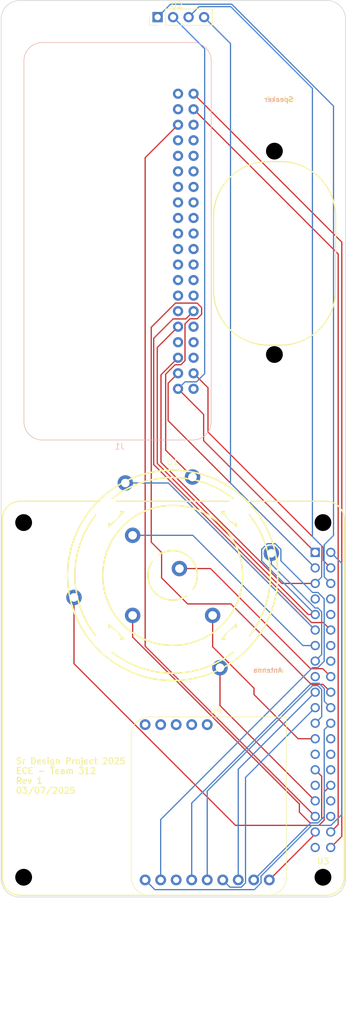
<source format=kicad_pcb>
(kicad_pcb (version 20241229) (generator "pcbnew") (generator_version "9.0")
  (title_block (title "Radio PCB") (rev "1") (company "FAMU/FSU COE ") (comment 1 "Sr Design Project 2025") (comment 2 "ECE - Team 312"))
  (layers (0 "F.Cu" signal) (2 "B.Cu" signal) (13 "F.Paste" user) (15 "B.Paste" user) (5 "F.SilkS" user "F.Silkscreen") (7 "B.SilkS" user "B.Silkscreen") (1 "F.Mask" user) (3 "B.Mask" user) (25 "Edge.Cuts" user))
  (net 0 "")
  (net 1 "Net-(U1-SW1)")
  (net 2 "Net-(U1-ENCB)")
  (net 3 "Net-(U1-COMB)")
  (net 4 "Net-(U1-ENCA)")
  (net 5 "Net-(U1-SW4)")
  (net 6 "Net-(U1-SW5)")
  (net 7 "Net-(U1-COMA)")
  (net 8 "Net-(U1-SW2)")
  (net 9 "Net-(U1-SW3)")
  (net 10 "Net-(U3-GPIO11{slash}SPI_SCLK)")
  (net 13 "Net-(J1-Pin_12)")
  (net 14 "Net-(U3-GPIO9{slash}SPI_MISO)")
  (net 16 "Net-(J1-Pin_5)")
  (net 18 "Net-(J1-Pin_3)")
  (net 20 "Net-(J1-Pin_35)")
  (net 21 "Net-(U3-GPIO25{slash}GPIO_GEN6)")
  (net 23 "Net-(U3-GPIO8{slash}~{SPI_CE0})")
  (net 24 "Net-(U3-GPIO10{slash}SPI_MOSI)")
  (net 30 "Net-(U2-GND)")
  (net 32 "Net-(J1-Pin_40)")
  (net 34 "Net-(J1-Pin_1)")
  (net 35 "Net-(U3-GPIO26)")
  (net 36 "Net-(J1-Pin_38)")
  (net 37 "Net-(J1-Pin_9)")
  (net 38 "Net-(U4-Vin)")
  (net 39 "Net-(J1-Pin_4)")
  (footprint "zoiss:ANO" (layer "F.Cu") (at 129.594881 113.232645)
    (property "Reference" "U1" (at 0 -18.542 0) (layer "F.SilkS") (effects (font (thickness 0.1))))
    (property "Value" "~")
    (fp_line (start -10.4 -10.4) (end -10.4 -8) (stroke (width 0.25)) (layer "F.SilkS"))
    (fp_line (start -10.4 -8) (end -8 -10.4) (stroke (width 0.25)) (layer "F.SilkS"))
    (fp_line (start -10.4 8) (end -10.4 10.4) (stroke (width 0.25)) (layer "F.SilkS"))
    (fp_line (start -10.4 10.4) (end -8 10.4) (stroke (width 0.25)) (layer "F.SilkS"))
    (fp_line (start -8 -10.4) (end -10.4 -10.4) (stroke (width 0.25)) (layer "F.SilkS"))
    (fp_line (start -8 10.4) (end -10.4 8) (stroke (width 0.25)) (layer "F.SilkS"))
    (fp_line (start 8 -10.4) (end 10.4 -8) (stroke (width 0.25)) (layer "F.SilkS"))
    (fp_line (start 8 10.4) (end 10.4 10.4) (stroke (width 0.25)) (layer "F.SilkS"))
    (fp_line (start 10.4 -10.4) (end 8 -10.4) (stroke (width 0.25)) (layer "F.SilkS"))
    (fp_line (start 10.4 -8) (end 10.4 -10.4) (stroke (width 0.25)) (layer "F.SilkS"))
    (fp_line (start 10.4 8) (end 8 10.4) (stroke (width 0.25)) (layer "F.SilkS"))
    (fp_line (start 10.4 10.4) (end 10.4 8) (stroke (width 0.25)) (layer "F.SilkS"))
    (fp_circle (center 0 0) (end -17.200001 0) (stroke (width 0.25)) (fill no) (layer "F.SilkS"))
    (fp_circle (center 0 0) (end -15.999999 0) (stroke (width 0.25)) (fill no) (layer "F.SilkS"))
    (fp_circle (center 0 0) (end -11.450001 0) (stroke (width 0.25)) (fill no) (layer "F.SilkS"))
    (fp_circle (center 0 0) (end -4.049999 0) (stroke (width 0.25)) (fill no) (layer "F.SilkS"))
    (pad "" np_thru_hole circle (at -10.606602 -10.606602 225) (size 4 4) (drill 4) (layers "*.Cu" "*.Mask"))
    (pad "" np_thru_hole circle (at -10.606602 10.606602 225) (size 4 4) (drill 4) (layers "*.Cu" "*.Mask"))
    (pad "" np_thru_hole circle (at -3.181981 -3.181981 225) (size 1.6 1.6) (drill 1.6) (layers "*.Cu" "*.Mask"))
    (pad "" np_thru_hole circle (at 3.181981 3.181981 225) (size 1.6 1.6) (drill 1.6) (layers "*.Cu" "*.Mask"))
    (pad "" np_thru_hole circle (at 10.606602 -10.606602 225) (size 4 4) (drill 4) (layers "*.Cu" "*.Mask"))
    (pad "" np_thru_hole circle (at 10.606602 10.606602 225) (size 4 4) (drill 4) (layers "*.Cu" "*.Mask"))
    (pad "A" thru_hole circle (at -6.547809 -6.547809 225) (size 2.54 2.54) (drill 1.4) (layers "*.Cu" "*.Mask") (net 4 "Net-(U1-ENCA)"))
    (pad "B" thru_hole circle (at -6.547809 6.547809 225) (size 2.54 2.54) (drill 1.4) (layers "*.Cu" "*.Mask") (net 2 "Net-(U1-ENCB)"))
    (pad "COM_A" thru_hole circle (at 6.547809 6.547809 225) (size 2.54 2.54) (drill 1.4) (layers "*.Cu" "*.Mask") (net 7 "Net-(U1-COMA)"))
    (pad "COM_B" thru_hole circle (at 3.252691 -16.079608 225) (size 2.54 2.54) (drill 1.4) (layers "*.Cu" "*.Mask") (net 3 "Net-(U1-COMB)"))
    (pad "S1" thru_hole circle (at 1.110158 -1.110158 225) (size 2.54 2.54) (drill 1.4) (layers "*.Cu" "*.Mask") (net 1 "Net-(U1-SW1)"))
    (pad "S2" thru_hole circle (at -7.74989 -15.103801 225) (size 2.54 2.54) (drill 1.4) (layers "*.Cu" "*.Mask") (net 8 "Net-(U1-SW2)"))
    (pad "S3" thru_hole circle (at -16.150319 3.606245 225) (size 2.54 2.54) (drill 1.4) (layers "*.Cu" "*.Mask") (net 9 "Net-(U1-SW3)"))
    (pad "S4" thru_hole circle (at 7.74989 15.103801 225) (size 2.54 2.54) (drill 1.4) (layers "*.Cu" "*.Mask") (net 5 "Net-(U1-SW4)"))
    (pad "S5" thru_hole circle (at 16.150319 -3.606245 225) (size 2.54 2.54) (drill 1.4) (layers "*.Cu" "*.Mask") (net 6 "Net-(U1-SW5)"))
  )
  (footprint "Connector_PinHeader_2.54mm:PinHeader_1x04_P2.54mm_Vertical" (layer "F.Cu") (at 127.127 21.9456 90)
    (property "Reference" "U2" (at 1.9558 3.1496 0) (layer "F.SilkS"))
    (property "Value" "~")
    (fp_line (start -1.33 -1.33) (end 0 -1.33) (stroke (width 0.12)) (layer "F.SilkS"))
    (fp_line (start -1.33 0) (end -1.33 -1.33) (stroke (width 0.12)) (layer "F.SilkS"))
    (fp_line (start 1.33 1.27) (end 1.33 8.95) (stroke (width 0.12)) (layer "F.SilkS"))
    (fp_line (start -1.33 1.27) (end 1.33 1.27) (stroke (width 0.12)) (layer "F.SilkS"))
    (fp_line (start -1.33 1.27) (end -1.33 8.95) (stroke (width 0.12)) (layer "F.SilkS"))
    (fp_line (start -1.33 8.95) (end 1.33 8.95) (stroke (width 0.12)) (layer "F.SilkS"))
    (pad "1" thru_hole rect (at 0 0 90) (size 1.7 1.7) (drill 1) (layers "*.Cu" "*.Mask") (net 30 "Net-(U2-GND)"))
    (pad "2" thru_hole oval (at 0 2.54 90) (size 1.7 1.7) (drill 1) (layers "*.Cu" "*.Mask") (net 34 "Net-(J1-Pin_1)"))
    (pad "3" thru_hole oval (at 0 5.08 90) (size 1.7 1.7) (drill 1) (layers "*.Cu" "*.Mask") (net 16 "Net-(J1-Pin_5)"))
    (pad "4" thru_hole oval (at 0 7.62 90) (size 1.7 1.7) (drill 1) (layers "*.Cu" "*.Mask") (net 18 "Net-(J1-Pin_3)"))
  )
  (footprint "" (layer "F.Cu") (at 146.2532 77.1144)
    (property "Reference" "" (at 0 0 0) (layer "F.SilkS") (effects (font (size 1.27 1.27))))
    (property "Value" "")
    (pad "" np_thru_hole circle (at 0 0 270) (size 6.2 6.2) (drill 2.75) (layers))
  )
  (footprint "zoiss:MODULE_RASPBERRY_PI_4B_4GB" (layer "F.Cu") (at 129.7034 143.604 -90)
    (property "Reference" "U3" (at 16.3906 -24.5254 0) (layer "F.SilkS"))
    (property "Value" "RASPBERRY_PI_5")
    (fp_line (start 19.05 28.0162) (end -39.4942 28.0162) (stroke (width 0.2)) (layer "F.SilkS"))
    (fp_line (start -42.4942 25.0162) (end -42.4942 -24.9908) (stroke (width 0.2)) (layer "F.SilkS"))
    (fp_line (start 21.96068 -24.9908) (end 21.96068 25.0162) (stroke (width 0.2)) (layer "F.SilkS"))
    (fp_line (start -39.4942 -27.9908) (end 19.05 -27.9908) (stroke (width 0.2)) (layer "F.SilkS"))
    (fp_arc (start -39.4942 28.0162) (mid -41.61552 27.13752) (end -42.4942 25.0162) (stroke (width 0.2)) (layer "F.SilkS"))
    (fp_arc (start 21.96068 25.0162) (mid 21.082 27.13752) (end 18.96068 28.0162) (stroke (width 0.2)) (layer "F.SilkS"))
    (fp_arc (start -42.4942 -24.9908) (mid -41.61552 -27.11212) (end -39.4942 -27.9908) (stroke (width 0.2)) (layer "F.SilkS"))
    (fp_arc (start 18.96068 -27.9908) (mid 21.082 -27.11212) (end 21.96068 -24.9908) (stroke (width 0.2)) (layer "F.SilkS"))
    (pad "" np_thru_hole circle (at -39 -24.5 270) (size 6.2 6.2) (drill 2.75) (layers))
    (pad "" np_thru_hole circle (at -39 24.5 270) (size 6.2 6.2) (drill 2.75) (layers))
    (pad "" np_thru_hole circle (at 19 -24.5 270) (size 6.2 6.2) (drill 2.75) (layers))
    (pad "" np_thru_hole circle (at 19 24.5 270) (size 6.2 6.2) (drill 2.75) (layers))
    (pad "1" thru_hole rect (at -34.13 -23.23 270) (size 1.524 1.524) (drill 1.016) (layers "*.Cu" "*.Mask") (net 34 "Net-(J1-Pin_1)"))
    (pad "2" thru_hole circle (at -34.13 -25.77 270) (size 1.524 1.524) (drill 1.016) (layers "*.Cu" "*.Mask") (net 38 "Net-(U4-Vin)"))
    (pad "3" thru_hole circle (at -31.59 -23.23 270) (size 1.524 1.524) (drill 1.016) (layers "*.Cu" "*.Mask") (net 18 "Net-(J1-Pin_3)"))
    (pad "4" thru_hole circle (at -31.59 -25.77 270) (size 1.524 1.524) (drill 1.016) (layers "*.Cu" "*.Mask") (net 39 "Net-(J1-Pin_4)"))
    (pad "5" thru_hole circle (at -29.05 -23.23 270) (size 1.524 1.524) (drill 1.016) (layers "*.Cu" "*.Mask") (net 16 "Net-(J1-Pin_5)"))
    (pad "6" thru_hole circle (at -29.05 -25.77 270) (size 1.524 1.524) (drill 1.016) (layers "*.Cu" "*.Mask") (net 30 "Net-(U2-GND)"))
    (pad "7" thru_hole circle (at -26.51 -23.23 270) (size 1.524 1.524) (drill 1.016) (layers "*.Cu" "*.Mask"))
    (pad "8" thru_hole circle (at -26.51 -25.77 270) (size 1.524 1.524) (drill 1.016) (layers "*.Cu" "*.Mask"))
    (pad "9" thru_hole circle (at -23.97 -23.23 270) (size 1.524 1.524) (drill 1.016) (layers "*.Cu" "*.Mask") (net 37 "Net-(J1-Pin_9)"))
    (pad "10" thru_hole circle (at -23.97 -25.77 270) (size 1.524 1.524) (drill 1.016) (layers "*.Cu" "*.Mask"))
    (pad "11" thru_hole circle (at -21.43 -23.23 270) (size 1.524 1.524) (drill 1.016) (layers "*.Cu" "*.Mask") (net 8 "Net-(U1-SW2)"))
    (pad "12" thru_hole circle (at -21.43 -25.77 270) (size 1.524 1.524) (drill 1.016) (layers "*.Cu" "*.Mask") (net 13 "Net-(J1-Pin_12)"))
    (pad "13" thru_hole circle (at -18.89 -23.23 270) (size 1.524 1.524) (drill 1.016) (layers "*.Cu" "*.Mask") (net 4 "Net-(U1-ENCA)"))
    (pad "14" thru_hole circle (at -18.89 -25.77 270) (size 1.524 1.524) (drill 1.016) (layers "*.Cu" "*.Mask"))
    (pad "15" thru_hole circle (at -16.35 -23.23 270) (size 1.524 1.524) (drill 1.016) (layers "*.Cu" "*.Mask") (net 6 "Net-(U1-SW5)"))
    (pad "16" thru_hole circle (at -16.35 -25.77 270) (size 1.524 1.524) (drill 1.016) (layers "*.Cu" "*.Mask"))
    (pad "17" thru_hole circle (at -13.81 -23.23 270) (size 1.524 1.524) (drill 1.016) (layers "*.Cu" "*.Mask"))
    (pad "18" thru_hole circle (at -13.81 -25.77 270) (size 1.524 1.524) (drill 1.016) (layers "*.Cu" "*.Mask") (net 1 "Net-(U1-SW1)"))
    (pad "19" thru_hole circle (at -11.27 -23.23 270) (size 1.524 1.524) (drill 1.016) (layers "*.Cu" "*.Mask") (net 24 "Net-(U3-GPIO10{slash}SPI_MOSI)"))
    (pad "20" thru_hole circle (at -11.27 -25.77 270) (size 1.524 1.524) (drill 1.016) (layers "*.Cu" "*.Mask") (net 3 "Net-(U1-COMB)"))
    (pad "21" thru_hole circle (at -8.73 -23.23 270) (size 1.524 1.524) (drill 1.016) (layers "*.Cu" "*.Mask") (net 14 "Net-(U3-GPIO9{slash}SPI_MISO)"))
    (pad "22" thru_hole circle (at -8.73 -25.77 270) (size 1.524 1.524) (drill 1.016) (layers "*.Cu" "*.Mask") (net 21 "Net-(U3-GPIO25{slash}GPIO_GEN6)"))
    (pad "23" thru_hole circle (at -6.19 -23.23 270) (size 1.524 1.524) (drill 1.016) (layers "*.Cu" "*.Mask") (net 10 "Net-(U3-GPIO11{slash}SPI_SCLK)"))
    (pad "24" thru_hole circle (at -6.19 -25.77 270) (size 1.524 1.524) (drill 1.016) (layers "*.Cu" "*.Mask") (net 23 "Net-(U3-GPIO8{slash}~{SPI_CE0})"))
    (pad "25" thru_hole circle (at -3.65 -23.23 270) (size 1.524 1.524) (drill 1.016) (layers "*.Cu" "*.Mask") (net 7 "Net-(U1-COMA)"))
    (pad "26" thru_hole circle (at -3.65 -25.77 270) (size 1.524 1.524) (drill 1.016) (layers "*.Cu" "*.Mask"))
    (pad "27" thru_hole circle (at -1.11 -23.23 270) (size 1.524 1.524) (drill 1.016) (layers "*.Cu" "*.Mask"))
    (pad "28" thru_hole circle (at -1.11 -25.77 270) (size 1.524 1.524) (drill 1.016) (layers "*.Cu" "*.Mask"))
    (pad "29" thru_hole circle (at 1.43 -23.23 270) (size 1.524 1.524) (drill 1.016) (layers "*.Cu" "*.Mask") (net 2 "Net-(U1-ENCB)"))
    (pad "30" thru_hole circle (at 1.43 -25.77 270) (size 1.524 1.524) (drill 1.016) (layers "*.Cu" "*.Mask"))
    (pad "31" thru_hole circle (at 3.97 -23.23 270) (size 1.524 1.524) (drill 1.016) (layers "*.Cu" "*.Mask"))
    (pad "32" thru_hole circle (at 3.97 -25.77 270) (size 1.524 1.524) (drill 1.016) (layers "*.Cu" "*.Mask") (net 9 "Net-(U1-SW3)"))
    (pad "33" thru_hole circle (at 6.51 -23.23 270) (size 1.524 1.524) (drill 1.016) (layers "*.Cu" "*.Mask") (net 5 "Net-(U1-SW4)"))
    (pad "34" thru_hole circle (at 6.51 -25.77 270) (size 1.524 1.524) (drill 1.016) (layers "*.Cu" "*.Mask"))
    (pad "35" thru_hole circle (at 9.05 -23.23 270) (size 1.524 1.524) (drill 1.016) (layers "*.Cu" "*.Mask") (net 20 "Net-(J1-Pin_35)"))
    (pad "36" thru_hole circle (at 9.05 -25.77 270) (size 1.524 1.524) (drill 1.016) (layers "*.Cu" "*.Mask"))
    (pad "37" thru_hole circle (at 11.59 -23.23 270) (size 1.524 1.524) (drill 1.016) (layers "*.Cu" "*.Mask") (net 35 "Net-(U3-GPIO26)"))
    (pad "38" thru_hole circle (at 11.59 -25.77 270) (size 1.524 1.524) (drill 1.016) (layers "*.Cu" "*.Mask") (net 36 "Net-(J1-Pin_38)"))
    (pad "39" thru_hole circle (at 14.13 -23.23 270) (size 1.524 1.524) (drill 1.016) (layers "*.Cu" "*.Mask"))
    (pad "40" thru_hole circle (at 14.13 -25.77 270) (size 1.524 1.524) (drill 1.016) (layers "*.Cu" "*.Mask") (net 32 "Net-(J1-Pin_40)"))
  )
  (footprint "" (layer "F.Cu") (at 145.2626 131.7498)
    (property "Reference" "" (at 0 0 0) (layer "F.SilkS") (effects (font (size 1.27 1.27))))
    (property "Value" "")
    (pad "" np_thru_hole circle (at 0 0 225) (size 4 4) (drill 4) (layers "*.Cu" "*.Mask"))
  )
  (footprint "" (layer "F.Cu") (at 146.9136 38.6334)
    (property "Reference" "" (at 0 0 0) (layer "F.SilkS") (effects (font (size 1.27 1.27))))
    (property "Value" "")
    (pad "" np_thru_hole circle (at 0 0 225) (size 4 4) (drill 4) (layers "*.Cu" "*.Mask"))
  )
  (footprint "zoiss:rfm69" (layer "F.Cu") (at 122.7582 165.6334)
    (property "Reference" "U4" (at 13.9446 -30.353 0) (layer "F.SilkS") (effects (font (thickness 0.1))))
    (property "Value" "~")
    (fp_line (start 0.0508 -3.0508) (end 0.0508 -26.2608) (stroke (width 0.1)) (layer "F.SilkS"))
    (fp_line (start 3.0508 -29.2608) (end 22.4508 -29.2608) (stroke (width 0.1)) (layer "F.SilkS"))
    (fp_line (start 22.4508 -29.2608) (end 25.4508 -29.2608) (stroke (width 0.1)) (layer "F.SilkS"))
    (fp_line (start 22.4508 -0.0508) (end 3.0508 -0.0508) (stroke (width 0.1)) (layer "F.SilkS"))
    (fp_line (start 25.4508 -29.2608) (end 25.4508 -26.2608) (stroke (width 0.1)) (layer "F.SilkS"))
    (fp_line (start 25.4508 -26.2608) (end 25.4508 -3.0508) (stroke (width 0.1)) (layer "F.SilkS"))
    (fp_arc (start 0.0508 -26.2608) (mid 0.92948 -28.38212) (end 3.0508 -29.2608) (stroke (width 0.1)) (layer "F.SilkS"))
    (fp_arc (start 3.0508 -0.0508) (mid 0.92948 -0.92948) (end 0.0508 -3.0508) (stroke (width 0.1)) (layer "F.SilkS"))
    (fp_arc (start 25.4508 -3.0508) (mid 24.57212 -0.92948) (end 22.4508 -0.0508) (stroke (width 0.1)) (layer "F.SilkS"))
    (pad "1" thru_hole circle (at 2.3368 -2.5908 90) (size 1.778 1.778) (drill 1) (layers "*.Cu" "*.Mask") (net 38 "Net-(U4-Vin)"))
    (pad "2" thru_hole circle (at 4.8768 -2.5908 90) (size 1.778 1.778) (drill 1) (layers "*.Cu" "*.Mask") (net 37 "Net-(J1-Pin_9)"))
    (pad "3" thru_hole circle (at 7.4168 -2.5908 90) (size 1.778 1.778) (drill 1) (layers "*.Cu" "*.Mask"))
    (pad "4" thru_hole circle (at 9.9568 -2.5908 90) (size 1.778 1.778) (drill 1) (layers "*.Cu" "*.Mask") (net 21 "Net-(U3-GPIO25{slash}GPIO_GEN6)"))
    (pad "5" thru_hole circle (at 12.4968 -2.5908 90) (size 1.778 1.778) (drill 1) (layers "*.Cu" "*.Mask") (net 10 "Net-(U3-GPIO11{slash}SPI_SCLK)"))
    (pad "6" thru_hole circle (at 15.0368 -2.5908 90) (size 1.778 1.778) (drill 1) (layers "*.Cu" "*.Mask") (net 14 "Net-(U3-GPIO9{slash}SPI_MISO)"))
    (pad "7" thru_hole circle (at 17.5768 -2.5908 90) (size 1.778 1.778) (drill 1) (layers "*.Cu" "*.Mask") (net 24 "Net-(U3-GPIO10{slash}SPI_MOSI)"))
    (pad "8" thru_hole circle (at 20.1168 -2.5908 90) (size 1.778 1.778) (drill 1) (layers "*.Cu" "*.Mask") (net 23 "Net-(U3-GPIO8{slash}~{SPI_CE0})"))
    (pad "9" thru_hole circle (at 22.6568 -2.5908 90) (size 1.778 1.778) (drill 1) (layers "*.Cu" "*.Mask") (net 35 "Net-(U3-GPIO26)"))
    (pad "G1" thru_hole circle (at 2.3368 -27.9908 90) (size 1.778 1.778) (drill 1) (layers "*.Cu" "*.Mask"))
    (pad "G2" thru_hole circle (at 4.8768 -27.9908 90) (size 1.778 1.778) (drill 1) (layers "*.Cu" "*.Mask"))
    (pad "G3" thru_hole circle (at 7.4168 -27.9908 90) (size 1.778 1.778) (drill 1) (layers "*.Cu" "*.Mask"))
    (pad "G4" thru_hole circle (at 9.9568 -27.9908 90) (size 1.778 1.778) (drill 1) (layers "*.Cu" "*.Mask"))
    (pad "G5" thru_hole circle (at 12.4968 -27.9908 90) (size 1.778 1.778) (drill 1) (layers "*.Cu" "*.Mask"))
  )
  (footprint "" (layer "F.Cu") (at 146.2532 43.859)
    (property "Reference" "" (at 0 0 0) (layer "F.SilkS") (effects (font (size 1.27 1.27))))
    (property "Value" "")
    (pad "" np_thru_hole circle (at 0 0 270) (size 6.2 6.2) (drill 2.75) (layers))
  )
  (footprint "zoiss:Voice_Bonnet" (layer "B.Cu") (at 105.2498 91.0978 90)
    (property "Reference" "J1" (at -1.0534 15.6796 0) (layer "B.SilkS") (effects (font (thickness 0.1)) (justify mirror)))
    (property "Value" "Voice Bonnet")
    (fp_line (start 61.9986 0) (end 3 0) (stroke (width 0.1)) (layer "B.SilkS"))
    (fp_line (start 0 3) (end 0 27.6604) (stroke (width 0.1)) (layer "B.SilkS"))
    (fp_line (start 64.9986 27.6604) (end 64.9986 3) (stroke (width 0.1)) (layer "B.SilkS"))
    (fp_line (start 3 30.6604) (end 61.9986 30.6604) (stroke (width 0.1)) (layer "B.SilkS"))
    (fp_arc (start 61.9986 0) (mid 64.11992 0.87868) (end 64.9986 3) (stroke (width 0.1)) (layer "B.SilkS"))
    (fp_arc (start 0 3) (mid 0.87868 0.87868) (end 3 0) (stroke (width 0.1)) (layer "B.SilkS"))
    (fp_arc (start 64.9986 27.6604) (mid 64.11992 29.78172) (end 61.9986 30.6604) (stroke (width 0.1)) (layer "B.SilkS"))
    (fp_arc (start 3 30.6604) (mid 0.87868 29.78172) (end 0 27.6604) (stroke (width 0.1)) (layer "B.SilkS"))
    (pad "" np_thru_hole circle (at 3.5 3.5 90) (size 2.8 2.8) (drill 2.8) (layers "*.Cu" "*.Mask"))
    (pad "" np_thru_hole circle (at 3.5 26.5 90) (size 2.8 2.8) (drill 2.8) (layers "*.Cu" "*.Mask"))
    (pad "" np_thru_hole circle (at 61.5 3.5 90) (size 2.8 2.8) (drill 2.8) (layers "*.Cu" "*.Mask"))
    (pad "" np_thru_hole circle (at 61.5 26.5 90) (size 2.8 2.8) (drill 2.8) (layers "*.Cu" "*.Mask"))
    (pad "1" thru_hole circle (at 8.37 25.23 90) (size 1.6764 1.6764) (drill 0.9) (layers "*.Cu" "*.Mask") (net 34 "Net-(J1-Pin_1)"))
    (pad "2" thru_hole circle (at 8.37 27.77 90) (size 1.6764 1.6764) (drill 0.9) (layers "*.Cu" "*.Mask"))
    (pad "3" thru_hole circle (at 10.91 25.23 90) (size 1.6764 1.6764) (drill 0.9) (layers "*.Cu" "*.Mask") (net 18 "Net-(J1-Pin_3)"))
    (pad "4" thru_hole circle (at 10.91 27.77 90) (size 1.6764 1.6764) (drill 0.9) (layers "*.Cu" "*.Mask") (net 39 "Net-(J1-Pin_4)"))
    (pad "5" thru_hole circle (at 13.45 25.23 90) (size 1.6764 1.6764) (drill 0.9) (layers "*.Cu" "*.Mask") (net 16 "Net-(J1-Pin_5)"))
    (pad "6" thru_hole circle (at 13.45 27.77 90) (size 1.6764 1.6764) (drill 0.9) (layers "*.Cu" "*.Mask"))
    (pad "7" thru_hole circle (at 15.99 25.23 90) (size 1.6764 1.6764) (drill 0.9) (layers "*.Cu" "*.Mask"))
    (pad "8" thru_hole circle (at 15.99 27.77 90) (size 1.6764 1.6764) (drill 0.9) (layers "*.Cu" "*.Mask"))
    (pad "9" thru_hole circle (at 18.53 25.23 90) (size 1.6764 1.6764) (drill 0.9) (layers "*.Cu" "*.Mask") (net 37 "Net-(J1-Pin_9)"))
    (pad "10" thru_hole circle (at 18.53 27.77 90) (size 1.6764 1.6764) (drill 0.9) (layers "*.Cu" "*.Mask"))
    (pad "11" thru_hole circle (at 21.07 25.23 90) (size 1.6764 1.6764) (drill 0.9) (layers "*.Cu" "*.Mask"))
    (pad "12" thru_hole circle (at 21.07 27.77 90) (size 1.6764 1.6764) (drill 0.9) (layers "*.Cu" "*.Mask") (net 13 "Net-(J1-Pin_12)"))
    (pad "13" thru_hole circle (at 23.61 25.23 90) (size 1.6764 1.6764) (drill 0.9) (layers "*.Cu" "*.Mask"))
    (pad "14" thru_hole circle (at 23.61 27.77 90) (size 1.6764 1.6764) (drill 0.9) (layers "*.Cu" "*.Mask"))
    (pad "15" thru_hole circle (at 26.15 25.23 90) (size 1.6764 1.6764) (drill 0.9) (layers "*.Cu" "*.Mask"))
    (pad "16" thru_hole circle (at 26.15 27.77 90) (size 1.6764 1.6764) (drill 0.9) (layers "*.Cu" "*.Mask"))
    (pad "17" thru_hole circle (at 28.69 25.23 90) (size 1.6764 1.6764) (drill 0.9) (layers "*.Cu" "*.Mask"))
    (pad "18" thru_hole circle (at 28.69 27.77 90) (size 1.6764 1.6764) (drill 0.9) (layers "*.Cu" "*.Mask"))
    (pad "19" thru_hole circle (at 31.23 25.23 90) (size 1.6764 1.6764) (drill 0.9) (layers "*.Cu" "*.Mask"))
    (pad "20" thru_hole circle (at 31.23 27.77 90) (size 1.6764 1.6764) (drill 0.9) (layers "*.Cu" "*.Mask"))
    (pad "21" thru_hole circle (at 33.77 25.23 90) (size 1.6764 1.6764) (drill 0.9) (layers "*.Cu" "*.Mask"))
    (pad "22" thru_hole circle (at 33.77 27.77 90) (size 1.6764 1.6764) (drill 0.9) (layers "*.Cu" "*.Mask"))
    (pad "23" thru_hole circle (at 36.31 25.23 90) (size 1.6764 1.6764) (drill 0.9) (layers "*.Cu" "*.Mask"))
    (pad "24" thru_hole circle (at 36.31 27.77 90) (size 1.6764 1.6764) (drill 0.9) (layers "*.Cu" "*.Mask"))
    (pad "25" thru_hole circle (at 38.85 25.23 90) (size 1.6764 1.6764) (drill 0.9) (layers "*.Cu" "*.Mask"))
    (pad "26" thru_hole circle (at 38.85 27.77 90) (size 1.6764 1.6764) (drill 0.9) (layers "*.Cu" "*.Mask"))
    (pad "27" thru_hole circle (at 41.39 25.23 90) (size 1.6764 1.6764) (drill 0.9) (layers "*.Cu" "*.Mask"))
    (pad "28" thru_hole circle (at 41.39 27.77 90) (size 1.6764 1.6764) (drill 0.9) (layers "*.Cu" "*.Mask"))
    (pad "29" thru_hole circle (at 43.93 25.23 90) (size 1.6764 1.6764) (drill 0.9) (layers "*.Cu" "*.Mask"))
    (pad "30" thru_hole circle (at 43.93 27.77 90) (size 1.6764 1.6764) (drill 0.9) (layers "*.Cu" "*.Mask"))
    (pad "31" thru_hole circle (at 46.47 25.23 90) (size 1.6764 1.6764) (drill 0.9) (layers "*.Cu" "*.Mask"))
    (pad "32" thru_hole circle (at 46.47 27.77 90) (size 1.6764 1.6764) (drill 0.9) (layers "*.Cu" "*.Mask"))
    (pad "33" thru_hole circle (at 49.01 25.23 90) (size 1.6764 1.6764) (drill 0.9) (layers "*.Cu" "*.Mask"))
    (pad "34" thru_hole circle (at 49.01 27.77 90) (size 1.6764 1.6764) (drill 0.9) (layers "*.Cu" "*.Mask"))
    (pad "35" thru_hole circle (at 51.55 25.23 90) (size 1.6764 1.6764) (drill 0.9) (layers "*.Cu" "*.Mask") (net 20 "Net-(J1-Pin_35)"))
    (pad "36" thru_hole circle (at 51.55 27.77 90) (size 1.6764 1.6764) (drill 0.9) (layers "*.Cu" "*.Mask"))
    (pad "37" thru_hole circle (at 54.09 25.23 90) (size 1.6764 1.6764) (drill 0.9) (layers "*.Cu" "*.Mask"))
    (pad "38" thru_hole circle (at 54.09 27.77 90) (size 1.6764 1.6764) (drill 0.9) (layers "*.Cu" "*.Mask") (net 36 "Net-(J1-Pin_38)"))
    (pad "39" thru_hole circle (at 56.63 25.23 90) (size 1.6764 1.6764) (drill 0.9) (layers "*.Cu" "*.Mask"))
    (pad "40" thru_hole circle (at 56.63 27.77 90) (size 1.6764 1.6764) (drill 0.9) (layers "*.Cu" "*.Mask") (net 32 "Net-(J1-Pin_40)"))
  )
  (gr_arc (start 147.2735 45.5676) (mid 153.637461 48.203639) (end 156.2735 54.5676) (stroke (width 0.2)) (layer "F.SilkS"))
  (gr_arc (start 156.2735 66.5904) (mid 153.637461 72.954361) (end 147.2735 75.5904) (stroke (width 0.2)) (layer "F.SilkS"))
  (gr_line (start 145.2837 45.5676) (end 147.2735 45.5676) (stroke (width 0.2)) (layer "F.SilkS"))
  (gr_arc (start 136.2837 54.5676) (mid 138.919739 48.203639) (end 145.2837 45.5676) (stroke (width 0.2)) (layer "F.SilkS"))
  (gr_line (start 147.2735 75.5904) (end 145.2837 75.5904) (stroke (width 0.2)) (layer "F.SilkS"))
  (gr_line (start 156.2735 54.5676) (end 156.2735 66.5904) (stroke (width 0.2)) (layer "F.SilkS"))
  (gr_line (start 136.2837 66.5904) (end 136.2837 54.5676) (stroke (width 0.2)) (layer "F.SilkS"))
  (gr_arc (start 145.2837 75.5904) (mid 138.919739 72.954361) (end 136.2837 66.5904) (stroke (width 0.2)) (layer "F.SilkS"))
  (gr_line (start 101.5238 162.8366) (end 101.5238 22.2278) (stroke (width 0.1)) (layer "Edge.Cuts"))
  (gr_arc (start 101.5238 22.2278) (mid 102.40248 20.10648) (end 104.5238 19.2278) (stroke (width 0.1)) (layer "Edge.Cuts"))
  (gr_line (start 154.8864 165.8366) (end 104.5238 165.8366) (stroke (width 0.1)) (layer "Edge.Cuts"))
  (gr_line (start 104.5238 19.2278) (end 154.8864 19.2278) (stroke (width 0.1)) (layer "Edge.Cuts"))
  (gr_line (start 157.8864 22.2278) (end 157.8864 162.8366) (stroke (width 0.1)) (layer "Edge.Cuts"))
  (gr_arc (start 104.5238 165.8366) (mid 102.40248 164.95792) (end 101.5238 162.8366) (stroke (width 0.1)) (layer "Edge.Cuts"))
  (gr_arc (start 157.8864 162.8366) (mid 157.00772 164.95792) (end 154.8864 165.8366) (stroke (width 0.1)) (layer "Edge.Cuts"))
  (gr_arc (start 154.8864 19.2278) (mid 157.00772 20.10648) (end 157.8864 22.2278) (stroke (width 0.1)) (layer "Edge.Cuts"))
  (gr_text "Antenna" (at 143.0528 129.2098 0) (layer "F.SilkS") (effects (font (size 0.8 0.8) (thickness 0.15) (bold yes)) (justify left bottom)))
  (gr_text "Speaker" (at 144.78 35.8648 0) (layer "F.SilkS") (effects (font (size 0.8 0.8) (thickness 0.15) (bold yes)) (justify left bottom)))
  (gr_text "Sr Design Project 2025\nECE - Team 312\nRev 1\n03/07/2025" (at 103.8352 149.0218 0) (layer "F.SilkS") (effects (font (size 1 1) (thickness 0.2) (bold yes)) (justify left bottom)))
  (gr_text "Speaker" (at 149.4282 35.8648 0) (layer "B.SilkS") (effects (font (size 0.8 0.8) (thickness 0.15) (bold yes)) (justify left bottom mirror)))
  (gr_text "Antenna" (at 147.5994 129.2098 0) (layer "B.SilkS") (effects (font (size 0.8 0.8) (thickness 0.15) (bold yes)) (justify left bottom mirror)))
  (segment (start 154.178 128.4986) (end 155.4734 129.794) (width 0.2) (layer "F.Cu") (net 1))
  (segment (start 135.795287 112.122487) (end 152.1714 128.4986) (width 0.2) (layer "F.Cu") (net 1))
  (segment (start 152.1714 128.4986) (end 154.178 128.4986) (width 0.2) (layer "F.Cu") (net 1))
  (segment (start 130.705039 112.122487) (end 135.795287 112.122487) (width 0.2) (layer "F.Cu") (net 1))
  (segment (start 153.9964 146.097) (end 153.9964 153.09431) (width 0.2) (layer "F.Cu") (net 2))
  (segment (start 153.9964 153.09431) (end 153.37371 153.717) (width 0.2) (layer "F.Cu") (net 2))
  (segment (start 152.0914 153.717) (end 150.3426 151.9682) (width 0.2) (layer "F.Cu") (net 2))
  (segment (start 150.3426 150.6303) (end 123.047072 123.334772) (width 0.2) (layer "F.Cu") (net 2))
  (segment (start 152.9334 145.034) (end 153.9964 146.097) (width 0.2) (layer "F.Cu") (net 2))
  (segment (start 123.047072 123.334772) (end 123.047072 119.780454) (width 0.2) (layer "F.Cu") (net 2))
  (segment (start 153.37371 153.717) (end 152.0914 153.717) (width 0.2) (layer "F.Cu") (net 2))
  (segment (start 150.3426 151.9682) (end 150.3426 150.6303) (width 0.2) (layer "F.Cu") (net 2))
  (segment (start 130.048 68.707) (end 126.091 72.664) (width 0.2) (layer "F.Cu") (net 3))
  (segment (start 127.7874 109.4994) (end 127.7874 113.646894) (width 0.2) (layer "F.Cu") (net 3))
  (segment (start 133.604 71.2724) (end 134.3406 70.5358) (width 0.2) (layer "F.Cu") (net 3))
  (segment (start 139.12889 117.9068) (end 152.28609 131.064) (width 0.2) (layer "F.Cu") (net 3))
  (segment (start 126.091 107.803) (end 127.7874 109.4994) (width 0.2) (layer "F.Cu") (net 3))
  (segment (start 126.091 72.664) (end 126.091 107.803) (width 0.2) (layer "F.Cu") (net 3))
  (segment (start 128.4532 80.341727) (end 130.007927 78.787) (width 0.2) (layer "F.Cu") (net 3))
  (segment (start 132.847572 97.153037) (end 128.4532 92.758665) (width 0.2) (layer "F.Cu") (net 3))
  (segment (start 131.619 72.095927) (end 132.442527 71.2724) (width 0.2) (layer "F.Cu") (net 3))
  (segment (start 130.951673 78.787) (end 131.619 78.119673) (width 0.2) (layer "F.Cu") (net 3))
  (segment (start 134.3406 70.5358) (end 134.3406 69.4436) (width 0.2) (layer "F.Cu") (net 3))
  (segment (start 130.007927 78.787) (end 130.951673 78.787) (width 0.2) (layer "F.Cu") (net 3))
  (segment (start 133.604 68.707) (end 130.048 68.707) (width 0.2) (layer "F.Cu") (net 3))
  (segment (start 132.442527 71.2724) (end 133.604 71.2724) (width 0.2) (layer "F.Cu") (net 3))
  (segment (start 128.4532 92.758665) (end 128.4532 80.341727) (width 0.2) (layer "F.Cu") (net 3))
  (segment (start 132.047306 117.9068) (end 139.12889 117.9068) (width 0.2) (layer "F.Cu") (net 3))
  (segment (start 152.28609 131.064) (end 154.2034 131.064) (width 0.2) (layer "F.Cu") (net 3))
  (segment (start 131.619 78.119673) (end 131.619 72.095927) (width 0.2) (layer "F.Cu") (net 3))
  (segment (start 154.2034 131.064) (end 155.4734 132.334) (width 0.2) (layer "F.Cu") (net 3))
  (segment (start 127.7874 113.646894) (end 132.047306 117.9068) (width 0.2) (layer "F.Cu") (net 3))
  (segment (start 134.3406 69.4436) (end 133.604 68.707) (width 0.2) (layer "F.Cu") (net 3))
  (segment (start 150.9268 124.714) (end 152.9334 124.714) (width 0.2) (layer "B.Cu") (net 4))
  (segment (start 132.897636 106.684836) (end 150.9268 124.714) (width 0.2) (layer "B.Cu") (net 4))
  (segment (start 123.047072 106.684836) (end 132.897636 106.684836) (width 0.2) (layer "B.Cu") (net 4))
  (segment (start 137.344771 134.525371) (end 152.9334 150.114) (width 0.2) (layer "F.Cu") (net 5))
  (segment (start 137.344771 128.336446) (end 137.344771 134.525371) (width 0.2) (layer "F.Cu") (net 5))
  (segment (start 153.37371 118.571) (end 152.90709 118.571) (width 0.2) (layer "B.Cu") (net 6))
  (segment (start 152.90709 118.571) (end 145.7452 111.40911) (width 0.2) (layer "B.Cu") (net 6))
  (segment (start 153.9964 126.191) (end 153.9964 119.19369) (width 0.2) (layer "B.Cu") (net 6))
  (segment (start 152.9334 127.254) (end 153.9964 126.191) (width 0.2) (layer "B.Cu") (net 6))
  (segment (start 145.7452 111.40911) (end 145.7452 109.6264) (width 0.2) (layer "B.Cu") (net 6))
  (segment (start 153.9964 119.19369) (end 153.37371 118.571) (width 0.2) (layer "B.Cu") (net 6))
  (segment (start 136.14269 124.912635) (end 142.9116 131.681545) (width 0.2) (layer "F.Cu") (net 7))
  (segment (start 142.9116 131.681545) (end 142.9116 132.723616) (width 0.2) (layer "F.Cu") (net 7))
  (segment (start 150.141984 139.954) (end 152.9334 139.954) (width 0.2) (layer "F.Cu") (net 7))
  (segment (start 142.9116 132.723616) (end 150.141984 139.954) (width 0.2) (layer "F.Cu") (net 7))
  (segment (start 136.14269 119.780454) (end 136.14269 124.912635) (width 0.2) (layer "F.Cu") (net 7))
  (segment (start 128.888244 98.128844) (end 121.844991 98.128844) (width 0.2) (layer "B.Cu") (net 8))
  (segment (start 152.9334 122.174) (end 128.888244 98.128844) (width 0.2) (layer "B.Cu") (net 8))
  (segment (start 155.4734 147.574) (end 154.3974 148.65) (width 0.2) (layer "F.Cu") (net 9))
  (segment (start 139.887485 154.118) (end 113.444562 127.675077) (width 0.2) (layer "F.Cu") (net 9))
  (segment (start 153.53981 154.118) (end 139.887485 154.118) (width 0.2) (layer "F.Cu") (net 9))
  (segment (start 113.444562 127.675077) (end 113.444562 116.83889) (width 0.2) (layer "F.Cu") (net 9))
  (segment (start 154.3974 148.65) (end 154.3974 153.26041) (width 0.2) (layer "F.Cu") (net 9))
  (segment (start 154.3974 153.26041) (end 153.53981 154.118) (width 0.2) (layer "F.Cu") (net 9))
  (segment (start 153.37371 131.271) (end 153.9964 131.89369) (width 0.2) (layer "B.Cu") (net 10))
  (segment (start 135.255 148.50909) (end 152.49309 131.271) (width 0.2) (layer "B.Cu") (net 10))
  (segment (start 135.255 163.0426) (end 135.255 148.50909) (width 0.2) (layer "B.Cu") (net 10))
  (segment (start 153.9964 131.89369) (end 153.9964 136.351) (width 0.2) (layer "B.Cu") (net 10))
  (segment (start 153.9964 136.351) (end 152.9334 137.414) (width 0.2) (layer "B.Cu") (net 10))
  (segment (start 152.49309 131.271) (end 153.37371 131.271) (width 0.2) (layer "B.Cu") (net 10))
  (segment (start 126.492 95.10991) (end 152.33689 120.9548) (width 0.2) (layer "F.Cu") (net 13))
  (segment (start 154.2542 120.9548) (end 155.4734 122.174) (width 0.2) (layer "F.Cu") (net 13))
  (segment (start 129.667 71.2978) (end 126.492 74.4728) (width 0.2) (layer "F.Cu") (net 13))
  (segment (start 133.0198 70.0278) (end 131.7498 71.2978) (width 0.2) (layer "F.Cu") (net 13))
  (segment (start 152.33689 120.9548) (end 154.2542 120.9548) (width 0.2) (layer "F.Cu") (net 13))
  (segment (start 131.7498 71.2978) (end 129.667 71.2978) (width 0.2) (layer "F.Cu") (net 13))
  (segment (start 126.492 74.4728) (end 126.492 95.10991) (width 0.2) (layer "F.Cu") (net 13))
  (segment (start 141.525 146.2824) (end 152.9334 134.874) (width 0.2) (layer "B.Cu") (net 14))
  (segment (start 138.985 164.2326) (end 140.827915 164.2326) (width 0.2) (layer "B.Cu") (net 14))
  (segment (start 137.795 163.0426) (end 138.985 164.2326) (width 0.2) (layer "B.Cu") (net 14))
  (segment (start 140.827915 164.2326) (end 141.525 163.535515) (width 0.2) (layer "B.Cu") (net 14))
  (segment (start 141.525 163.535515) (end 141.525 146.2824) (width 0.2) (layer "B.Cu") (net 14))
  (segment (start 130.4798 77.6478) (end 127.6858 80.4418) (width 0.2) (layer "F.Cu") (net 16))
  (segment (start 127.6858 94.742) (end 147.4978 114.554) (width 0.2) (layer "F.Cu") (net 16))
  (segment (start 127.6858 80.4418) (end 127.6858 94.742) (width 0.2) (layer "F.Cu") (net 16))
  (segment (start 147.4978 114.554) (end 152.9334 114.554) (width 0.2) (layer "F.Cu") (net 16))
  (segment (start 152.9334 114.554) (end 153.9964 113.491) (width 0.2) (layer "B.Cu") (net 16))
  (segment (start 133.9228 20.2298) (end 132.207 21.9456) (width 0.2) (layer "B.Cu") (net 16))
  (segment (start 139.10396 20.2298) (end 133.9228 20.2298) (width 0.2) (layer "B.Cu") (net 16))
  (segment (start 153.9964 108.411) (end 152.4774 106.892) (width 0.2) (layer "B.Cu") (net 16))
  (segment (start 153.9964 113.3119) (end 153.9964 108.411) (width 0.2) (layer "B.Cu") (net 16))
  (segment (start 152.4774 33.60324) (end 139.10396 20.2298) (width 0.2) (layer "B.Cu") (net 16))
  (segment (start 153.9964 113.491) (end 153.9964 113.3119) (width 0.2) (layer "B.Cu") (net 16))
  (segment (start 152.4774 106.892) (end 152.4774 33.60324) (width 0.2) (layer "B.Cu") (net 16))
  (segment (start 128.8542 87.9348) (end 152.9334 112.014) (width 0.2) (layer "F.Cu") (net 18))
  (segment (start 128.8542 81.8134) (end 128.8542 87.9348) (width 0.2) (layer "F.Cu") (net 18))
  (segment (start 130.4798 80.1878) (end 128.8542 81.8134) (width 0.2) (layer "F.Cu") (net 18))
  (segment (start 152.9334 112.014) (end 139.065 98.1456) (width 0.2) (layer "B.Cu") (net 18))
  (segment (start 139.065 26.2636) (end 134.747 21.9456) (width 0.2) (layer "B.Cu") (net 18))
  (segment (start 139.065 98.1456) (end 139.065 26.2636) (width 0.2) (layer "B.Cu") (net 18))
  (segment (start 125.095 44.9326) (end 125.095 124.8156) (width 0.2) (layer "F.Cu") (net 20))
  (segment (start 125.095 124.8156) (end 152.9334 152.654) (width 0.2) (layer "F.Cu") (net 20))
  (segment (start 130.4798 39.5478) (end 125.095 44.9326) (width 0.2) (layer "F.Cu") (net 20))
  (segment (start 152.32699 130.87) (end 153.53981 130.87) (width 0.2) (layer "B.Cu") (net 21))
  (segment (start 154.4104 131.74059) (end 154.4104 133.811) (width 0.2) (layer "B.Cu") (net 21))
  (segment (start 132.715 150.48199) (end 152.32699 130.87) (width 0.2) (layer "B.Cu") (net 21))
  (segment (start 154.4104 133.811) (end 155.4734 134.874) (width 0.2) (layer "B.Cu") (net 21))
  (segment (start 153.53981 130.87) (end 154.4104 131.74059) (width 0.2) (layer "B.Cu") (net 21))
  (segment (start 132.715 163.0426) (end 132.715 150.48199) (width 0.2) (layer "B.Cu") (net 21))
  (segment (start 153.37371 153.717) (end 154.4104 152.68031) (width 0.2) (layer "B.Cu") (net 23))
  (segment (start 154.4104 138.477) (end 155.4734 137.414) (width 0.2) (layer "B.Cu") (net 23))
  (segment (start 154.4104 152.68031) (end 154.4104 138.477) (width 0.2) (layer "B.Cu") (net 23))
  (segment (start 142.875 163.0426) (end 152.2006 153.717) (width 0.2) (layer "B.Cu") (net 23))
  (segment (start 152.2006 153.717) (end 153.37371 153.717) (width 0.2) (layer "B.Cu") (net 23))
  (segment (start 140.335 144.9324) (end 152.9334 132.334) (width 0.2) (layer "B.Cu") (net 24))
  (segment (start 140.335 163.0426) (end 140.335 144.9324) (width 0.2) (layer "B.Cu") (net 24))
  (segment (start 154.3974 108.2449) (end 154.3974 113.478) (width 0.2) (layer "B.Cu") (net 30))
  (segment (start 139.27006 19.8288) (end 155.9294 36.48814) (width 0.2) (layer "B.Cu") (net 30))
  (segment (start 155.9294 106.7129) (end 154.3974 108.2449) (width 0.2) (layer "B.Cu") (net 30))
  (segment (start 155.9294 36.48814) (end 155.9294 106.7129) (width 0.2) (layer "B.Cu") (net 30))
  (segment (start 129.2438 19.8288) (end 139.27006 19.8288) (width 0.2) (layer "B.Cu") (net 30))
  (segment (start 154.3974 113.478) (end 155.4734 114.554) (width 0.2) (layer "B.Cu") (net 30))
  (segment (start 127.127 21.9456) (end 129.2438 19.8288) (width 0.2) (layer "B.Cu") (net 30))
  (segment (start 155.4734 157.734) (end 157.2854 155.922) (width 0.2) (layer "F.Cu") (net 32))
  (segment (start 157.2854 155.922) (end 157.2854 58.7334) (width 0.2) (layer "F.Cu") (net 32))
  (segment (start 157.2854 58.7334) (end 133.0198 34.4678) (width 0.2) (layer "F.Cu") (net 32))
  (segment (start 134.6708 91.2114) (end 134.6708 86.9188) (width 0.2) (layer "F.Cu") (net 34))
  (segment (start 134.6708 86.9188) (end 130.4798 82.7278) (width 0.2) (layer "F.Cu") (net 34))
  (segment (start 152.9334 109.474) (end 134.6708 91.2114) (width 0.2) (layer "F.Cu") (net 34))
  (segment (start 129.667 21.9456) (end 134.835 27.1136) (width 0.2) (layer "B.Cu") (net 34))
  (segment (start 131.619 81.5886) (end 130.4798 82.7278) (width 0.2) (layer "B.Cu") (net 34))
  (segment (start 134.835 27.1136) (end 134.835 27.4066) (width 0.2) (layer "B.Cu") (net 34))
  (segment (start 133.491673 81.5886) (end 131.619 81.5886) (width 0.2) (layer "B.Cu") (net 34))
  (segment (start 134.835 27.4066) (end 134.835 80.245273) (width 0.2) (layer "B.Cu") (net 34))
  (segment (start 134.835 80.245273) (end 133.491673 81.5886) (width 0.2) (layer "B.Cu") (net 34))
  (segment (start 145.415 163.0426) (end 152.9334 155.5242) (width 0.2) (layer "F.Cu") (net 35))
  (segment (start 152.9334 155.5242) (end 152.9334 155.194) (width 0.2) (layer "F.Cu") (net 35))
  (segment (start 156.6926 153.9748) (end 155.4734 155.194) (width 0.2) (layer "F.Cu") (net 36))
  (segment (start 133.0198 37.0078) (end 156.6926 60.6806) (width 0.2) (layer "F.Cu") (net 36))
  (segment (start 156.6926 60.6806) (end 156.6926 153.9748) (width 0.2) (layer "F.Cu") (net 36))
  (segment (start 127.0762 75.9714) (end 127.0762 94.9198) (width 0.2) (layer "F.Cu") (net 37))
  (segment (start 151.7904 119.634) (end 152.9334 119.634) (width 0.2) (layer "F.Cu") (net 37))
  (segment (start 130.4798 72.5678) (end 127.0762 75.9714) (width 0.2) (layer "F.Cu") (net 37))
  (segment (start 127.0762 94.9198) (end 151.7904 119.634) (width 0.2) (layer "F.Cu") (net 37))
  (segment (start 152.49309 116.031) (end 147.3162 110.85411) (width 0.2) (layer "B.Cu") (net 37))
  (segment (start 152.49309 128.317) (end 153.37371 128.317) (width 0.2) (layer "B.Cu") (net 37))
  (segment (start 147.3162 108.97567) (end 146.39593 108.0554) (width 0.2) (layer "B.Cu") (net 37))
  (segment (start 154.3974 127.29331) (end 154.3974 117.05469) (width 0.2) (layer "B.Cu") (net 37))
  (segment (start 144.1742 108.97567) (end 144.1742 110.8748) (width 0.2) (layer "B.Cu") (net 37))
  (segment (start 154.3974 117.05469) (end 153.37371 116.031) (width 0.2) (layer "B.Cu") (net 37))
  (segment (start 145.09447 108.0554) (end 144.1742 108.97567) (width 0.2) (layer "B.Cu") (net 37))
  (segment (start 146.39593 108.0554) (end 145.09447 108.0554) (width 0.2) (layer "B.Cu") (net 37))
  (segment (start 153.37371 116.031) (end 152.49309 116.031) (width 0.2) (layer "B.Cu") (net 37))
  (segment (start 147.3162 110.85411) (end 147.3162 108.97567) (width 0.2) (layer "B.Cu") (net 37))
  (segment (start 127.635 163.0426) (end 127.635 153.17509) (width 0.2) (layer "B.Cu") (net 37))
  (segment (start 153.37371 128.317) (end 154.3974 127.29331) (width 0.2) (layer "B.Cu") (net 37))
  (segment (start 144.1742 110.8748) (end 152.9334 119.634) (width 0.2) (layer "B.Cu") (net 37))
  (segment (start 127.635 153.17509) (end 152.49309 128.317) (width 0.2) (layer "B.Cu") (net 37))
  (segment (start 157.2854 111.286) (end 155.4734 109.474) (width 0.2) (layer "B.Cu") (net 38))
  (segment (start 142.966915 164.6336) (end 144.065 163.535515) (width 0.2) (layer "B.Cu") (net 38))
  (segment (start 125.095 163.0426) (end 126.686 164.6336) (width 0.2) (layer "B.Cu") (net 38))
  (segment (start 144.065 162.4197) (end 152.3667 154.118) (width 0.2) (layer "B.Cu") (net 38))
  (segment (start 126.686 164.6336) (end 142.966915 164.6336) (width 0.2) (layer "B.Cu") (net 38))
  (segment (start 155.51271 154.118) (end 157.2854 152.34531) (width 0.2) (layer "B.Cu") (net 38))
  (segment (start 152.3667 154.118) (end 155.51271 154.118) (width 0.2) (layer "B.Cu") (net 38))
  (segment (start 157.2854 152.34531) (end 157.2854 111.286) (width 0.2) (layer "B.Cu") (net 38))
  (segment (start 144.065 163.535515) (end 144.065 162.4197) (width 0.2) (layer "B.Cu") (net 38))
  (segment (start 135.382 89.7966) (end 154.2542 108.6688) (width 0.2) (layer "F.Cu") (net 39))
  (segment (start 133.0198 80.1878) (end 135.382 82.55) (width 0.2) (layer "F.Cu") (net 39))
  (segment (start 154.2542 108.6688) (end 154.2542 110.7948) (width 0.2) (layer "F.Cu") (net 39))
  (segment (start 135.382 82.55) (end 135.382 89.7966) (width 0.2) (layer "F.Cu") (net 39))
  (segment (start 154.2542 110.7948) (end 155.4734 112.014) (width 0.2) (layer "F.Cu") (net 39))
)
</source>
